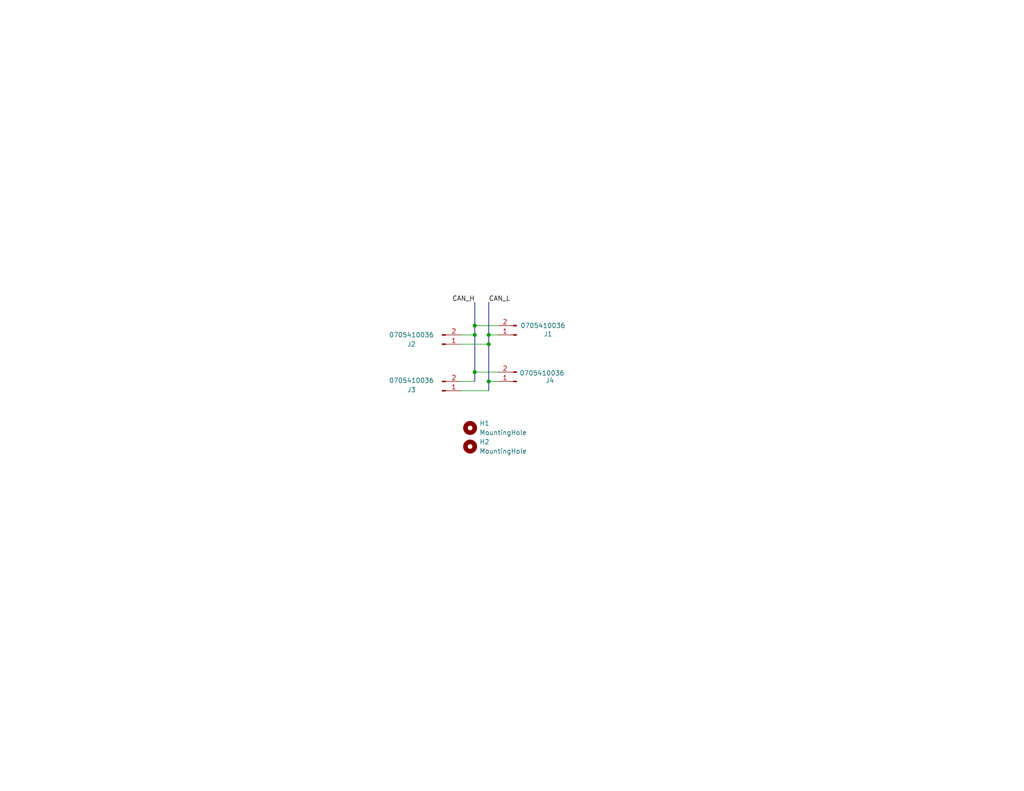
<source format=kicad_sch>
(kicad_sch (version 20231120) (generator "eeschema") (generator_version "8.0")
  (paper "A")
  (title_block (title "TEE CAN SL") (date "2024-10-12") (rev "R4") (company "971 SPARTAN ROBOTICS"))
  (lib_symbols
    (symbol "Connector:Conn_01x02_Pin" (pin_names (offset 1.016) hide)
      (property "Reference" "J" (at 0 2.54 0))
      (property "Value" "Conn_01x02_Pin" (at 0 -5.08 0))
      (symbol "Conn_01x02_Pin_1_1"
        (polyline (pts (xy 1.27 -2.54) (xy 0.8636 -2.54)) (stroke (width 0.1524)))
        (polyline (pts (xy 1.27 0) (xy 0.8636 0)) (stroke (width 0.1524)))
        (rectangle (start 0.8636 -2.413) (end 0 -2.667) (stroke (width 0.1524)) (fill (type outline)))
        (rectangle (start 0.8636 0.127) (end 0 -0.127) (stroke (width 0.1524)) (fill (type outline)))
        (pin passive line (at 5.08 0 180) (length 3.81) (name "Pin_1") (number "1"))
        (pin passive line (at 5.08 -2.54 180) (length 3.81) (name "Pin_2") (number "2"))
      )
    )
    (symbol "Mechanical:MountingHole" (pin_names (offset 1.016)) (exclude_from_sim yes) (in_bom no)
      (property "Reference" "H" (at 0 5.08 0))
      (property "Value" "MountingHole" (at 0 3.175 0))
      (symbol "MountingHole_0_1"
        (circle (center 0 0) (radius 1.27) (stroke (width 1.27)))
      )
    )
  )
  (junction (at 133.35 93.98))
  (junction (at 129.54 101.6))
  (junction (at 129.54 91.44))
  (junction (at 129.54 88.9))
  (junction (at 133.35 91.44))
  (junction (at 133.35 104.14))
  (wire (pts (xy 133.35 82.55) (xy 133.35 91.44)) (stroke (width 0.2) (color 16 30 148 1)))
  (wire (pts (xy 125.73 91.44) (xy 129.54 91.44)))
  (wire (pts (xy 129.54 88.9) (xy 135.89 88.9)))
  (wire (pts (xy 125.73 106.68) (xy 133.35 106.68)))
  (wire (pts (xy 133.35 93.98) (xy 133.35 104.14)) (stroke (width 0.2) (color 16 30 148 1)))
  (wire (pts (xy 129.54 104.14) (xy 125.73 104.14)))
  (wire (pts (xy 133.35 104.14) (xy 133.35 106.68)) (stroke (width 0.2) (color 16 30 148 1)))
  (wire (pts (xy 125.73 93.98) (xy 133.35 93.98)))
  (wire (pts (xy 135.89 104.14) (xy 133.35 104.14)))
  (wire (pts (xy 129.54 101.6) (xy 135.89 101.6)))
  (wire (pts (xy 129.54 88.9) (xy 129.54 91.44)) (stroke (width 0.2) (color 16 30 148 1)))
  (wire (pts (xy 129.54 104.14) (xy 129.54 101.6)) (stroke (width 0.2) (color 16 30 148 1)))
  (wire (pts (xy 133.35 93.98) (xy 133.35 91.44)) (stroke (width 0.2) (color 16 30 148 1)))
  (wire (pts (xy 129.54 82.55) (xy 129.54 88.9)) (stroke (width 0.2) (color 16 30 148 1)))
  (wire (pts (xy 133.35 91.44) (xy 135.89 91.44)))
  (wire (pts (xy 129.54 91.44) (xy 129.54 101.6)) (stroke (width 0.2) (color 16 30 148 1)))
  (label "CAN_L" (at 133.35 82.55 0))
  (label "CAN_H" (at 129.54 82.55 180))
  (symbol (lib_id "Mechanical:MountingHole") (at 128.27 121.92 0) (unit 1) (exclude_from_sim yes) (in_bom no)
    (property "Reference" "H2" (at 130.81 120.6499 0) (effects (justify left)))
    (property "Value" "MountingHole" (at 130.81 123.1899 0) (effects (justify left)))
    (property "Footprint" "MountingHole:MountingHole_2.1mm" (effects (hide yes)))
    (property "Description" "Mounting Hole without connection" (effects (hide yes)))
  )
  (symbol (lib_id "Connector:Conn_01x02_Pin") (at 140.97 104.14 180) (unit 1)
    (property "Reference" "J4" (at 148.844 103.886 0) (effects (justify right)))
    (property "Value" "0705410036" (at 141.732 101.854 0) (effects (justify right)))
    (property "Footprint" "Sl-Can:70541-0036" (effects (hide yes)))
    (property "Datasheet" "Components/PS-70400.pdf" (effects (hide yes)))
    (property "Description" "Generic connector, single row, 01x02, script generated" (effects (hide yes)))
    (property "DIST" "DIGIKEY" (effects (hide yes)))
    (property "DIST P/N" "WM14049-ND" (effects (hide yes)))
    (property "MFG" "MOLEX" (effects (hide yes)))
    (property "MFG P/N" "0705410036" (effects (hide yes)))
  )
  (symbol (lib_id "Connector:Conn_01x02_Pin") (at 120.65 93.98 0) (mirror x) (unit 1)
    (property "Reference" "J2" (at 112.268 93.98 0))
    (property "Value" "0705410036" (at 112.268 91.44 0))
    (property "Footprint" "Sl-Can:70541-0036" (effects (hide yes)))
    (property "Datasheet" "Components/PS-70400.pdf" (effects (hide yes)))
    (property "Description" "Generic connector, single row, 01x02, script generated" (effects (hide yes)))
    (property "DIST" "DIGIKEY" (effects (hide yes)))
    (property "DIST P/N" "WM14049-ND" (effects (hide yes)))
    (property "MFG" "MOLEX" (effects (hide yes)))
    (property "MFG P/N" "0705410036" (effects (hide yes)))
  )
  (symbol (lib_id "Connector:Conn_01x02_Pin") (at 120.65 106.68 0) (mirror x) (unit 1)
    (property "Reference" "J3" (at 112.268 106.426 0))
    (property "Value" "0705410036" (at 112.268 103.886 0))
    (property "Footprint" "Sl-Can:70541-0036" (effects (hide yes)))
    (property "Datasheet" "Components/PS-70400.pdf" (effects (hide yes)))
    (property "Description" "2 Pin" (effects (hide yes)))
    (property "MFG" "MOLEX" (effects (hide yes)))
    (property "MFG P/N" "0705410036" (effects (hide yes)))
    (property "DIST" "DIGIKEY" (effects (hide yes)))
    (property "DIST P/N" "WM14049-ND" (effects (hide yes)))
  )
  (symbol (lib_id "Mechanical:MountingHole") (at 128.27 116.84 0) (unit 1) (exclude_from_sim yes) (in_bom no)
    (property "Reference" "H1" (at 130.81 115.5699 0) (effects (justify left)))
    (property "Value" "MountingHole" (at 130.81 118.1099 0) (effects (justify left)))
    (property "Footprint" "MountingHole:MountingHole_2.1mm" (effects (hide yes)))
    (property "Description" "Mounting Hole without connection" (effects (hide yes)))
  )
  (symbol (lib_id "Connector:Conn_01x02_Pin") (at 140.97 91.44 180) (unit 1)
    (property "Reference" "J1" (at 148.336 91.186 0) (effects (justify right)))
    (property "Value" "0705410036" (at 141.986 88.9 0) (effects (justify right)))
    (property "Footprint" "Sl-Can:70541-0036" (effects (hide yes)))
    (property "Datasheet" "Components/PS-70400.pdf" (effects (hide yes)))
    (property "Description" "Generic connector, single row, 01x02, script generated" (effects (hide yes)))
    (property "DIST" "DIGIKEY" (effects (hide yes)))
    (property "DIST P/N" "WM14049-ND" (effects (hide yes)))
    (property "MFG" "MOLEX" (effects (hide yes)))
    (property "MFG P/N" "0705410036" (effects (hide yes)))
  )
)
</source>
